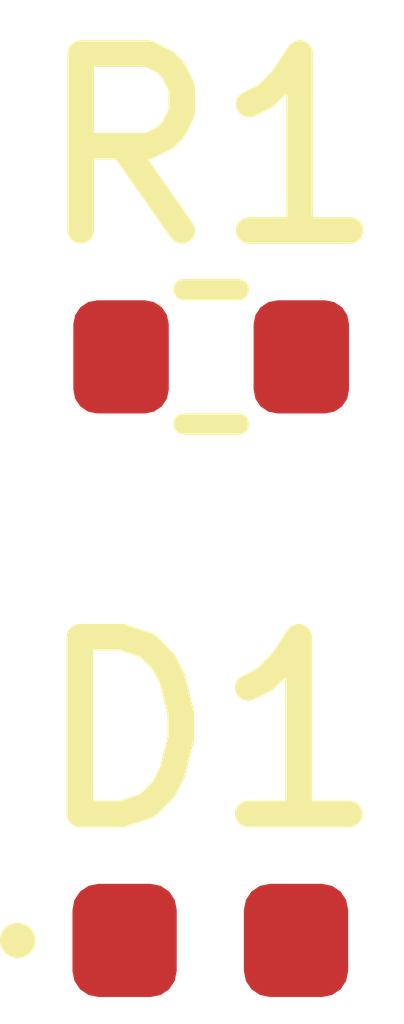
<source format=kicad_pcb>
(kicad_pcb (version 20241229) (generator "pcbnew") (generator_version "9.0")
  (layers (0 "F.Cu" signal) (2 "B.Cu" signal) (13 "F.Paste" user) (15 "B.Paste" user) (5 "F.SilkS" user "F.Silkscreen") (7 "B.SilkS" user "B.Silkscreen") (1 "F.Mask" user) (3 "B.Mask" user) (25 "Edge.Cuts" user))
  (net 0 "")
  (net 1 "GND")
  (net 2 "VCC")
  (net 3 "LED_ANODE")
  (footprint "LED_0402_1005Metric:LED_0402_1005Metric" (layer "F.Cu") (at 148.385 107.7)
    (property "Reference" "D1" (at 0 -1.17 0) (layer "F.SilkS"))
    (property "Value" "LED RED" (hide yes))
    (fp_circle (center -1.09 0) (end -1.04 0) (stroke (width 0.1)) (fill no) (layer "F.SilkS"))
    (pad "1" smd roundrect (at -0.485 0) (size 0.59 0.64) (layers "F.Cu" "F.Mask" "F.Paste") (net 1 "GND"))
    (pad "2" smd roundrect (at 0.485 0) (size 0.59 0.64) (layers "F.Cu" "F.Mask" "F.Paste") (net 3 "LED_ANODE"))
  )
  (footprint "R_0402_1005Metric:R_0402_1005Metric" (layer "F.Cu") (at 148.39 104.4)
    (property "Reference" "R1" (at 0 -1.17 0) (layer "F.SilkS"))
    (property "Value" "1k" (hide yes))
    (fp_line (start -0.153641 -0.38) (end 0.153641 -0.38) (stroke (width 0.12)) (layer "F.SilkS"))
    (fp_line (start -0.153641 0.38) (end 0.153641 0.38) (stroke (width 0.12)) (layer "F.SilkS"))
    (pad "1" smd roundrect (at -0.51 0) (size 0.54 0.64) (layers "F.Cu" "F.Mask" "F.Paste") (net 2 "VCC"))
    (pad "2" smd roundrect (at 0.51 0) (size 0.54 0.64) (layers "F.Cu" "F.Mask" "F.Paste") (net 3 "LED_ANODE"))
  )
)
</source>
